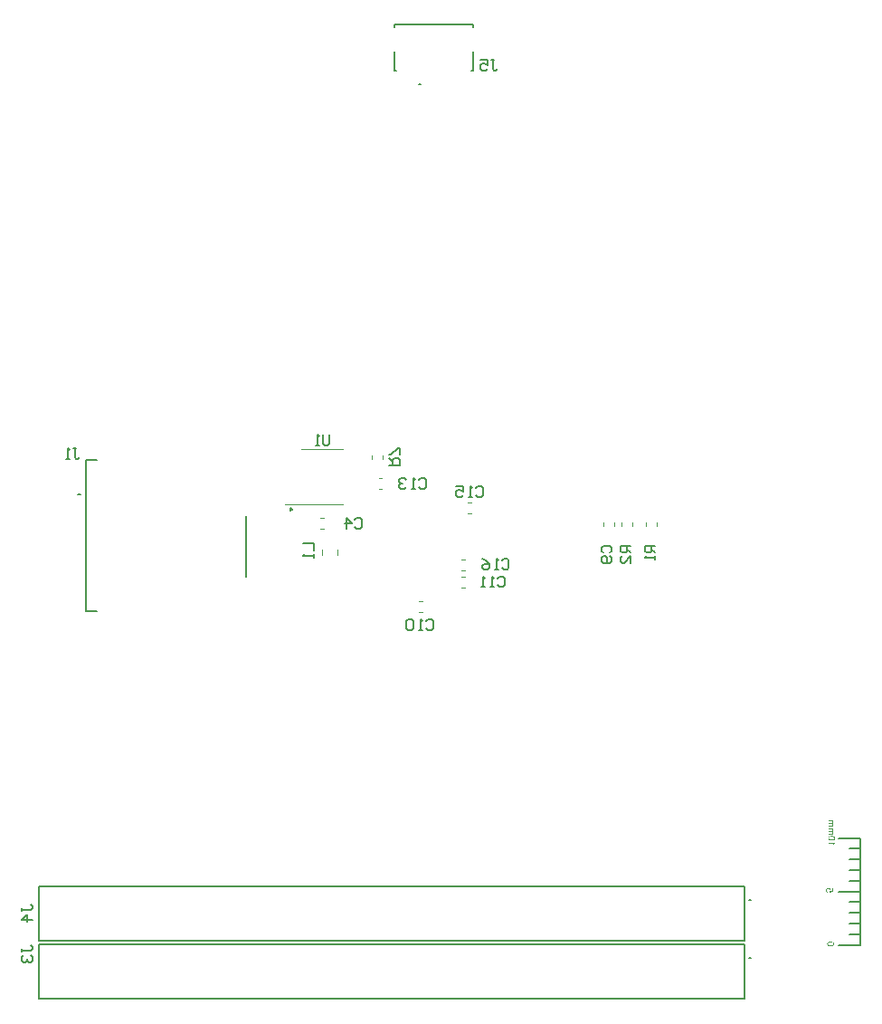
<source format=gbo>
G04*
G04 #@! TF.GenerationSoftware,Altium Limited,Altium Designer,22.6.1 (34)*
G04*
G04 Layer_Color=65535*
%FSLAX25Y25*%
%MOIN*%
G70*
G04*
G04 #@! TF.SameCoordinates,44BA9B1E-1016-45A4-B772-E771DC22F3FE*
G04*
G04*
G04 #@! TF.FilePolarity,Positive*
G04*
G01*
G75*
%ADD17C,0.00787*%
%ADD18C,0.00472*%
%ADD19C,0.00500*%
%ADD20C,0.00591*%
%ADD21C,0.00602*%
G36*
X995887Y55927D02*
X995949Y55919D01*
X996011Y55909D01*
X996065Y55894D01*
X996116Y55876D01*
X996167Y55857D01*
X996211Y55836D01*
X996251Y55818D01*
X996288Y55796D01*
X996320Y55774D01*
X996346Y55756D01*
X996371Y55737D01*
X996389Y55723D01*
X996400Y55712D01*
X996408Y55705D01*
X996411Y55701D01*
X996451Y55657D01*
X996488Y55614D01*
X996517Y55566D01*
X996542Y55519D01*
X996568Y55472D01*
X996586Y55424D01*
X996611Y55337D01*
X996622Y55297D01*
X996630Y55261D01*
X996633Y55228D01*
X996637Y55199D01*
X996641Y55177D01*
Y55097D01*
X996633Y55053D01*
X996615Y54966D01*
X996590Y54886D01*
X996560Y54813D01*
X996531Y54755D01*
X996517Y54729D01*
X996506Y54707D01*
X996495Y54689D01*
X996488Y54678D01*
X996484Y54671D01*
X996480Y54667D01*
X997161Y54802D01*
Y55810D01*
X997456D01*
Y54558D01*
X996160Y54314D01*
X996120Y54605D01*
X996160Y54631D01*
X996193Y54664D01*
X996226Y54693D01*
X996251Y54722D01*
X996269Y54751D01*
X996288Y54773D01*
X996295Y54787D01*
X996298Y54791D01*
X996320Y54838D01*
X996338Y54886D01*
X996349Y54929D01*
X996360Y54973D01*
X996364Y55009D01*
X996368Y55038D01*
Y55108D01*
X996360Y55151D01*
X996342Y55228D01*
X996317Y55293D01*
X996291Y55352D01*
X996262Y55395D01*
X996237Y55428D01*
X996218Y55446D01*
X996215Y55453D01*
X996211D01*
X996149Y55505D01*
X996084Y55541D01*
X996014Y55566D01*
X995945Y55585D01*
X995887Y55595D01*
X995862Y55599D01*
X995840D01*
X995822Y55603D01*
X995807D01*
X995800D01*
X995796D01*
X995745D01*
X995698Y55595D01*
X995607Y55577D01*
X995530Y55552D01*
X995469Y55526D01*
X995417Y55497D01*
X995378Y55472D01*
X995367Y55461D01*
X995356Y55453D01*
X995352Y55450D01*
X995348Y55446D01*
X995319Y55417D01*
X995294Y55388D01*
X995250Y55322D01*
X995221Y55261D01*
X995203Y55199D01*
X995188Y55148D01*
X995185Y55104D01*
X995181Y55089D01*
Y55068D01*
X995185Y54998D01*
X995199Y54937D01*
X995217Y54882D01*
X995239Y54838D01*
X995261Y54798D01*
X995279Y54769D01*
X995294Y54755D01*
X995297Y54747D01*
X995348Y54704D01*
X995403Y54667D01*
X995465Y54638D01*
X995519Y54616D01*
X995574Y54602D01*
X995614Y54591D01*
X995632Y54587D01*
X995643Y54584D01*
X995650D01*
X995654D01*
X995629Y54260D01*
X995570Y54267D01*
X995516Y54278D01*
X995414Y54311D01*
X995327Y54351D01*
X995286Y54372D01*
X995254Y54394D01*
X995221Y54413D01*
X995192Y54434D01*
X995170Y54453D01*
X995152Y54471D01*
X995137Y54485D01*
X995123Y54492D01*
X995119Y54500D01*
X995115Y54504D01*
X995083Y54547D01*
X995053Y54591D01*
X995028Y54638D01*
X995006Y54685D01*
X994973Y54777D01*
X994952Y54868D01*
X994941Y54908D01*
X994937Y54948D01*
X994933Y54980D01*
X994930Y55009D01*
X994926Y55035D01*
Y55068D01*
X994930Y55144D01*
X994941Y55217D01*
X994955Y55286D01*
X994973Y55348D01*
X994999Y55406D01*
X995024Y55461D01*
X995050Y55512D01*
X995079Y55555D01*
X995108Y55595D01*
X995134Y55632D01*
X995163Y55661D01*
X995185Y55686D01*
X995203Y55705D01*
X995217Y55719D01*
X995228Y55726D01*
X995232Y55730D01*
X995279Y55766D01*
X995330Y55796D01*
X995378Y55825D01*
X995428Y55847D01*
X995527Y55883D01*
X995621Y55905D01*
X995661Y55912D01*
X995701Y55919D01*
X995734Y55923D01*
X995763Y55927D01*
X995789Y55930D01*
X995807D01*
X995818D01*
X995822D01*
X995887Y55927D01*
D02*
G37*
G36*
X996735Y36167D02*
X996793D01*
X996851Y36163D01*
X996902Y36156D01*
X996953Y36152D01*
X996997Y36148D01*
X997037Y36141D01*
X997073Y36138D01*
X997106Y36130D01*
X997132Y36127D01*
X997153Y36123D01*
X997172Y36119D01*
X997182Y36116D01*
X997190Y36112D01*
X997193D01*
X997274Y36090D01*
X997346Y36065D01*
X997408Y36036D01*
X997463Y36014D01*
X997510Y35988D01*
X997543Y35974D01*
X997561Y35959D01*
X997568Y35956D01*
X997623Y35915D01*
X997670Y35875D01*
X997710Y35832D01*
X997747Y35792D01*
X997772Y35755D01*
X997790Y35726D01*
X997801Y35708D01*
X997805Y35704D01*
Y35701D01*
X997834Y35642D01*
X997852Y35581D01*
X997867Y35522D01*
X997878Y35468D01*
X997885Y35420D01*
X997889Y35380D01*
Y35348D01*
X997881Y35249D01*
X997867Y35158D01*
X997841Y35082D01*
X997816Y35016D01*
X997787Y34962D01*
X997776Y34940D01*
X997761Y34922D01*
X997754Y34907D01*
X997747Y34896D01*
X997739Y34893D01*
Y34889D01*
X997681Y34824D01*
X997612Y34769D01*
X997543Y34721D01*
X997477Y34685D01*
X997416Y34656D01*
X997390Y34642D01*
X997365Y34634D01*
X997346Y34627D01*
X997332Y34620D01*
X997324Y34616D01*
X997321D01*
X997266Y34601D01*
X997212Y34587D01*
X997091Y34565D01*
X996971Y34547D01*
X996859Y34536D01*
X996804Y34532D01*
X996757Y34529D01*
X996713D01*
X996673Y34525D01*
X996644D01*
X996618D01*
X996604D01*
X996600D01*
X996473Y34529D01*
X996353Y34536D01*
X996243Y34547D01*
X996142Y34565D01*
X996047Y34583D01*
X995963Y34605D01*
X995887Y34627D01*
X995821Y34649D01*
X995763Y34671D01*
X995712Y34696D01*
X995668Y34714D01*
X995636Y34732D01*
X995606Y34751D01*
X995588Y34762D01*
X995577Y34769D01*
X995574Y34773D01*
X995530Y34813D01*
X995490Y34856D01*
X995453Y34903D01*
X995424Y34951D01*
X995399Y34998D01*
X995377Y35045D01*
X995362Y35093D01*
X995348Y35137D01*
X995337Y35180D01*
X995330Y35220D01*
X995323Y35257D01*
X995319Y35286D01*
X995315Y35311D01*
Y35348D01*
X995323Y35446D01*
X995337Y35537D01*
X995362Y35613D01*
X995388Y35679D01*
X995413Y35734D01*
X995428Y35752D01*
X995439Y35770D01*
X995446Y35784D01*
X995453Y35795D01*
X995461Y35799D01*
Y35803D01*
X995523Y35868D01*
X995588Y35923D01*
X995661Y35970D01*
X995726Y36007D01*
X995788Y36036D01*
X995814Y36050D01*
X995839Y36057D01*
X995858Y36065D01*
X995872Y36072D01*
X995879Y36076D01*
X995883D01*
X995938Y36094D01*
X995992Y36108D01*
X996109Y36130D01*
X996229Y36148D01*
X996345Y36159D01*
X996396Y36163D01*
X996444Y36167D01*
X996487D01*
X996527Y36170D01*
X996556D01*
X996582D01*
X996597D01*
X996600D01*
X996669D01*
X996735Y36167D01*
D02*
G37*
G36*
X997110Y80907D02*
X997161Y80900D01*
X997205Y80893D01*
X997249Y80882D01*
X997285Y80867D01*
X997318Y80857D01*
X997351Y80842D01*
X997376Y80827D01*
X997401Y80816D01*
X997434Y80791D01*
X997456Y80776D01*
X997463Y80769D01*
X997514Y80711D01*
X997551Y80642D01*
X997580Y80573D01*
X997598Y80507D01*
X997609Y80445D01*
X997613Y80420D01*
Y80394D01*
X997616Y80376D01*
Y80351D01*
X997613Y80285D01*
X997602Y80227D01*
X997587Y80168D01*
X997565Y80114D01*
X997540Y80063D01*
X997514Y80016D01*
X997485Y79976D01*
X997456Y79936D01*
X997423Y79899D01*
X997394Y79870D01*
X997369Y79845D01*
X997343Y79823D01*
X997321Y79804D01*
X997307Y79794D01*
X997296Y79786D01*
X997292Y79783D01*
X997347Y79761D01*
X997394Y79732D01*
X997434Y79699D01*
X997467Y79670D01*
X997496Y79641D01*
X997514Y79619D01*
X997525Y79604D01*
X997529Y79597D01*
X997558Y79546D01*
X997580Y79492D01*
X997594Y79437D01*
X997605Y79382D01*
X997613Y79339D01*
X997616Y79299D01*
Y79266D01*
X997613Y79200D01*
X997602Y79138D01*
X997591Y79084D01*
X997576Y79036D01*
X997558Y78996D01*
X997547Y78967D01*
X997536Y78949D01*
X997532Y78942D01*
X997500Y78891D01*
X997463Y78847D01*
X997427Y78807D01*
X997390Y78774D01*
X997361Y78749D01*
X997336Y78727D01*
X997321Y78716D01*
X997314Y78712D01*
X997576D01*
Y78436D01*
X995749D01*
Y78745D01*
X996695D01*
X996783Y78749D01*
X996859Y78753D01*
X996925Y78760D01*
X996979Y78771D01*
X997019Y78782D01*
X997048Y78789D01*
X997067Y78793D01*
X997074Y78796D01*
X997121Y78818D01*
X997161Y78844D01*
X997198Y78869D01*
X997227Y78895D01*
X997249Y78920D01*
X997263Y78938D01*
X997274Y78953D01*
X997278Y78956D01*
X997299Y79000D01*
X997318Y79040D01*
X997329Y79084D01*
X997340Y79120D01*
X997343Y79149D01*
X997347Y79175D01*
Y79197D01*
X997343Y79259D01*
X997332Y79309D01*
X997314Y79353D01*
X997296Y79386D01*
X997274Y79411D01*
X997260Y79430D01*
X997245Y79440D01*
X997241Y79444D01*
X997198Y79470D01*
X997150Y79488D01*
X997099Y79502D01*
X997048Y79510D01*
X997005Y79517D01*
X996965Y79521D01*
X996950D01*
X996943D01*
X996935D01*
X996932D01*
X995749D01*
Y79830D01*
X996808D01*
X996906Y79837D01*
X996990Y79852D01*
X997059Y79870D01*
X997118Y79896D01*
X997161Y79917D01*
X997190Y79939D01*
X997208Y79954D01*
X997216Y79957D01*
X997260Y80008D01*
X997292Y80063D01*
X997314Y80118D01*
X997332Y80168D01*
X997340Y80212D01*
X997343Y80249D01*
X997347Y80263D01*
Y80281D01*
X997343Y80321D01*
X997340Y80354D01*
X997332Y80387D01*
X997321Y80412D01*
X997310Y80438D01*
X997303Y80452D01*
X997299Y80463D01*
X997296Y80467D01*
X997274Y80496D01*
X997252Y80518D01*
X997230Y80536D01*
X997208Y80551D01*
X997190Y80562D01*
X997176Y80569D01*
X997165Y80576D01*
X997161D01*
X997128Y80587D01*
X997085Y80594D01*
X997041Y80598D01*
X996997Y80602D01*
X996957Y80605D01*
X996925D01*
X996903D01*
X996899D01*
X996896D01*
X995749D01*
Y80915D01*
X997001D01*
X997059D01*
X997110Y80907D01*
D02*
G37*
G36*
Y77974D02*
X997161Y77966D01*
X997205Y77959D01*
X997249Y77948D01*
X997285Y77934D01*
X997318Y77923D01*
X997351Y77908D01*
X997376Y77894D01*
X997401Y77883D01*
X997434Y77857D01*
X997456Y77843D01*
X997463Y77835D01*
X997514Y77777D01*
X997551Y77708D01*
X997580Y77639D01*
X997598Y77573D01*
X997609Y77511D01*
X997613Y77486D01*
Y77460D01*
X997616Y77442D01*
Y77417D01*
X997613Y77351D01*
X997602Y77293D01*
X997587Y77235D01*
X997565Y77180D01*
X997540Y77129D01*
X997514Y77082D01*
X997485Y77042D01*
X997456Y77002D01*
X997423Y76965D01*
X997394Y76936D01*
X997369Y76911D01*
X997343Y76889D01*
X997321Y76871D01*
X997307Y76860D01*
X997296Y76853D01*
X997292Y76849D01*
X997347Y76827D01*
X997394Y76798D01*
X997434Y76765D01*
X997467Y76736D01*
X997496Y76707D01*
X997514Y76685D01*
X997525Y76670D01*
X997529Y76663D01*
X997558Y76612D01*
X997580Y76558D01*
X997594Y76503D01*
X997605Y76448D01*
X997613Y76405D01*
X997616Y76365D01*
Y76332D01*
X997613Y76266D01*
X997602Y76205D01*
X997591Y76150D01*
X997576Y76103D01*
X997558Y76063D01*
X997547Y76034D01*
X997536Y76015D01*
X997532Y76008D01*
X997500Y75957D01*
X997463Y75913D01*
X997427Y75873D01*
X997390Y75841D01*
X997361Y75815D01*
X997336Y75793D01*
X997321Y75782D01*
X997314Y75779D01*
X997576D01*
Y75502D01*
X995749D01*
Y75811D01*
X996695D01*
X996783Y75815D01*
X996859Y75819D01*
X996925Y75826D01*
X996979Y75837D01*
X997019Y75848D01*
X997048Y75855D01*
X997067Y75859D01*
X997074Y75862D01*
X997121Y75884D01*
X997161Y75910D01*
X997198Y75935D01*
X997227Y75961D01*
X997249Y75986D01*
X997263Y76004D01*
X997274Y76019D01*
X997278Y76023D01*
X997299Y76066D01*
X997318Y76106D01*
X997329Y76150D01*
X997340Y76186D01*
X997343Y76215D01*
X997347Y76241D01*
Y76263D01*
X997343Y76325D01*
X997332Y76376D01*
X997314Y76419D01*
X997296Y76452D01*
X997274Y76478D01*
X997260Y76496D01*
X997245Y76507D01*
X997241Y76510D01*
X997198Y76536D01*
X997150Y76554D01*
X997099Y76569D01*
X997048Y76576D01*
X997005Y76583D01*
X996965Y76587D01*
X996950D01*
X996943D01*
X996935D01*
X996932D01*
X995749D01*
Y76896D01*
X996808D01*
X996906Y76903D01*
X996990Y76918D01*
X997059Y76936D01*
X997118Y76962D01*
X997161Y76983D01*
X997190Y77005D01*
X997208Y77020D01*
X997216Y77024D01*
X997260Y77074D01*
X997292Y77129D01*
X997314Y77184D01*
X997332Y77235D01*
X997340Y77278D01*
X997343Y77315D01*
X997347Y77329D01*
Y77347D01*
X997343Y77388D01*
X997340Y77420D01*
X997332Y77453D01*
X997321Y77479D01*
X997310Y77504D01*
X997303Y77519D01*
X997299Y77530D01*
X997296Y77533D01*
X997274Y77562D01*
X997252Y77584D01*
X997230Y77602D01*
X997208Y77617D01*
X997190Y77628D01*
X997176Y77635D01*
X997165Y77642D01*
X997161D01*
X997128Y77653D01*
X997085Y77661D01*
X997041Y77664D01*
X996997Y77668D01*
X996957Y77671D01*
X996925D01*
X996903D01*
X996899D01*
X996896D01*
X995749D01*
Y77981D01*
X997001D01*
X997059D01*
X997110Y77974D01*
D02*
G37*
G36*
X997125Y75102D02*
X997183D01*
X997241Y75098D01*
X997292Y75091D01*
X997343Y75087D01*
X997387Y75083D01*
X997427Y75076D01*
X997463Y75072D01*
X997496Y75065D01*
X997522Y75062D01*
X997543Y75058D01*
X997562Y75054D01*
X997573Y75051D01*
X997580Y75047D01*
X997583D01*
X997663Y75025D01*
X997736Y75000D01*
X997798Y74971D01*
X997853Y74949D01*
X997900Y74923D01*
X997933Y74909D01*
X997951Y74894D01*
X997958Y74891D01*
X998013Y74850D01*
X998060Y74810D01*
X998100Y74767D01*
X998137Y74727D01*
X998162Y74690D01*
X998180Y74661D01*
X998191Y74643D01*
X998195Y74639D01*
Y74636D01*
X998224Y74577D01*
X998242Y74516D01*
X998257Y74457D01*
X998268Y74403D01*
X998275Y74355D01*
X998279Y74315D01*
Y74283D01*
X998271Y74184D01*
X998257Y74093D01*
X998231Y74017D01*
X998206Y73951D01*
X998177Y73897D01*
X998166Y73875D01*
X998151Y73857D01*
X998144Y73842D01*
X998137Y73831D01*
X998129Y73828D01*
Y73824D01*
X998071Y73759D01*
X998002Y73704D01*
X997933Y73657D01*
X997867Y73620D01*
X997806Y73591D01*
X997780Y73576D01*
X997754Y73569D01*
X997736Y73562D01*
X997722Y73555D01*
X997715Y73551D01*
X997711D01*
X997656Y73536D01*
X997602Y73522D01*
X997482Y73500D01*
X997361Y73482D01*
X997249Y73471D01*
X997194Y73467D01*
X997147Y73464D01*
X997103D01*
X997063Y73460D01*
X997034D01*
X997008D01*
X996994D01*
X996990D01*
X996863Y73464D01*
X996743Y73471D01*
X996633Y73482D01*
X996531Y73500D01*
X996437Y73518D01*
X996353Y73540D01*
X996277Y73562D01*
X996211Y73584D01*
X996153Y73606D01*
X996102Y73631D01*
X996058Y73649D01*
X996025Y73668D01*
X995996Y73686D01*
X995978Y73697D01*
X995967Y73704D01*
X995964Y73707D01*
X995920Y73748D01*
X995880Y73791D01*
X995844Y73839D01*
X995814Y73886D01*
X995789Y73933D01*
X995767Y73980D01*
X995753Y74028D01*
X995738Y74072D01*
X995727Y74115D01*
X995720Y74155D01*
X995712Y74192D01*
X995709Y74221D01*
X995705Y74246D01*
Y74283D01*
X995712Y74381D01*
X995727Y74472D01*
X995753Y74548D01*
X995778Y74614D01*
X995804Y74669D01*
X995818Y74687D01*
X995829Y74705D01*
X995836Y74719D01*
X995844Y74730D01*
X995851Y74734D01*
Y74738D01*
X995913Y74803D01*
X995978Y74858D01*
X996051Y74905D01*
X996117Y74941D01*
X996178Y74971D01*
X996204Y74985D01*
X996229Y74992D01*
X996248Y75000D01*
X996262Y75007D01*
X996269Y75011D01*
X996273D01*
X996328Y75029D01*
X996382Y75043D01*
X996499Y75065D01*
X996619Y75083D01*
X996735Y75094D01*
X996786Y75098D01*
X996834Y75102D01*
X996877D01*
X996917Y75105D01*
X996946D01*
X996972D01*
X996986D01*
X996990D01*
X997059D01*
X997125Y75102D01*
D02*
G37*
G36*
X998279Y72466D02*
X998217Y72430D01*
X998159Y72390D01*
X998100Y72342D01*
X998049Y72299D01*
X998006Y72255D01*
X997969Y72222D01*
X997958Y72208D01*
X997947Y72197D01*
X997944Y72193D01*
X997940Y72190D01*
X997878Y72113D01*
X997820Y72037D01*
X997769Y71964D01*
X997729Y71891D01*
X997693Y71829D01*
X997678Y71804D01*
X997667Y71782D01*
X997656Y71764D01*
X997653Y71749D01*
X997645Y71742D01*
Y71738D01*
X997347D01*
X997369Y71793D01*
X997394Y71847D01*
X997420Y71902D01*
X997445Y71953D01*
X997467Y71997D01*
X997485Y72033D01*
X997500Y72055D01*
X997503Y72059D01*
Y72062D01*
X997543Y72128D01*
X997583Y72186D01*
X997620Y72237D01*
X997653Y72277D01*
X997678Y72313D01*
X997700Y72335D01*
X997715Y72353D01*
X997718Y72357D01*
X995749D01*
Y72667D01*
X998279D01*
Y72466D01*
D02*
G37*
%LPC*%
G36*
X996658Y35854D02*
X996626D01*
X996607D01*
X996604D01*
X996600D01*
X996487D01*
X996385Y35846D01*
X996294Y35839D01*
X996207Y35832D01*
X996134Y35821D01*
X996065Y35806D01*
X996007Y35792D01*
X995952Y35781D01*
X995909Y35766D01*
X995872Y35752D01*
X995839Y35741D01*
X995814Y35726D01*
X995796Y35719D01*
X995785Y35712D01*
X995778Y35704D01*
X995774D01*
X995737Y35675D01*
X995708Y35646D01*
X995679Y35617D01*
X995657Y35588D01*
X995621Y35526D01*
X995595Y35471D01*
X995581Y35420D01*
X995574Y35384D01*
X995570Y35370D01*
Y35348D01*
X995574Y35308D01*
X995577Y35271D01*
X995603Y35202D01*
X995636Y35140D01*
X995672Y35085D01*
X995708Y35045D01*
X995741Y35013D01*
X995767Y34995D01*
X995770Y34987D01*
X995774D01*
X995817Y34962D01*
X995868Y34940D01*
X995927Y34918D01*
X995989Y34903D01*
X996054Y34889D01*
X996123Y34878D01*
X996265Y34860D01*
X996331Y34853D01*
X996393Y34849D01*
X996451Y34845D01*
X996498D01*
X996542Y34842D01*
X996575D01*
X996593D01*
X996600D01*
X996713Y34845D01*
X996815Y34849D01*
X996910Y34856D01*
X996997Y34867D01*
X997073Y34878D01*
X997143Y34893D01*
X997204Y34907D01*
X997259Y34922D01*
X997306Y34936D01*
X997346Y34947D01*
X997379Y34962D01*
X997408Y34973D01*
X997426Y34984D01*
X997441Y34991D01*
X997448Y34998D01*
X997452D01*
X997485Y35024D01*
X997514Y35049D01*
X997536Y35078D01*
X997557Y35107D01*
X997590Y35166D01*
X997612Y35220D01*
X997623Y35267D01*
X997630Y35308D01*
X997634Y35322D01*
Y35344D01*
X997630Y35384D01*
X997627Y35424D01*
X997616Y35460D01*
X997601Y35493D01*
X997568Y35555D01*
X997532Y35610D01*
X997492Y35650D01*
X997459Y35682D01*
X997445Y35693D01*
X997434Y35701D01*
X997430Y35708D01*
X997426D01*
X997383Y35734D01*
X997332Y35755D01*
X997274Y35777D01*
X997212Y35792D01*
X997146Y35806D01*
X997077Y35817D01*
X996939Y35835D01*
X996869Y35843D01*
X996808Y35846D01*
X996749Y35850D01*
X996702D01*
X996658Y35854D01*
D02*
G37*
G36*
X997048Y74789D02*
X997016D01*
X996997D01*
X996994D01*
X996990D01*
X996877D01*
X996775Y74781D01*
X996684Y74774D01*
X996597Y74767D01*
X996524Y74756D01*
X996455Y74741D01*
X996397Y74727D01*
X996342Y74716D01*
X996299Y74701D01*
X996262Y74687D01*
X996229Y74676D01*
X996204Y74661D01*
X996186Y74654D01*
X996175Y74647D01*
X996167Y74639D01*
X996164D01*
X996127Y74610D01*
X996098Y74581D01*
X996069Y74552D01*
X996047Y74523D01*
X996011Y74461D01*
X995986Y74406D01*
X995971Y74355D01*
X995964Y74319D01*
X995960Y74304D01*
Y74283D01*
X995964Y74243D01*
X995967Y74206D01*
X995993Y74137D01*
X996025Y74075D01*
X996062Y74021D01*
X996098Y73980D01*
X996131Y73948D01*
X996157Y73930D01*
X996160Y73922D01*
X996164D01*
X996208Y73897D01*
X996259Y73875D01*
X996317Y73853D01*
X996379Y73839D01*
X996444Y73824D01*
X996513Y73813D01*
X996655Y73795D01*
X996721Y73788D01*
X996783Y73784D01*
X996841Y73780D01*
X996888D01*
X996932Y73777D01*
X996965D01*
X996983D01*
X996990D01*
X997103Y73780D01*
X997205Y73784D01*
X997299Y73791D01*
X997387Y73802D01*
X997463Y73813D01*
X997532Y73828D01*
X997594Y73842D01*
X997649Y73857D01*
X997696Y73871D01*
X997736Y73882D01*
X997769Y73897D01*
X997798Y73908D01*
X997816Y73919D01*
X997831Y73926D01*
X997838Y73933D01*
X997842D01*
X997875Y73959D01*
X997904Y73984D01*
X997926Y74013D01*
X997947Y74042D01*
X997980Y74101D01*
X998002Y74155D01*
X998013Y74203D01*
X998020Y74243D01*
X998024Y74257D01*
Y74279D01*
X998020Y74319D01*
X998017Y74359D01*
X998006Y74396D01*
X997991Y74428D01*
X997958Y74490D01*
X997922Y74545D01*
X997882Y74585D01*
X997849Y74617D01*
X997835Y74628D01*
X997824Y74636D01*
X997820Y74643D01*
X997816D01*
X997773Y74669D01*
X997722Y74690D01*
X997663Y74712D01*
X997602Y74727D01*
X997536Y74741D01*
X997467Y74752D01*
X997329Y74770D01*
X997260Y74778D01*
X997198Y74781D01*
X997139Y74785D01*
X997092D01*
X997048Y74789D01*
D02*
G37*
%LPD*%
D17*
X967330Y30198D02*
X966542D01*
X967330D01*
Y51497D02*
X966542D01*
X967330D01*
X845520Y351988D02*
X844732D01*
X845520D01*
X720108Y200826D02*
X719320D01*
X720108D01*
X798214Y195326D02*
X797464Y195759D01*
Y194893D01*
X798214Y195326D01*
X964886Y15248D02*
Y35248D01*
X704886Y15248D02*
Y35248D01*
X964886D01*
X704886Y15248D02*
X964886D01*
X704886Y36547D02*
X964886D01*
X704886Y56547D02*
X964886D01*
X704886Y36547D02*
Y56547D01*
X964886Y36547D02*
Y56547D01*
D18*
X814909Y178397D02*
Y180455D01*
X809319Y178397D02*
Y180455D01*
X809214Y217405D02*
X816891D01*
X801537D02*
X809214D01*
Y197247D02*
X816891D01*
X795631D02*
X809214D01*
X919656Y189322D02*
Y190604D01*
X923672Y189322D02*
Y190604D01*
X928406Y189311D02*
Y190593D01*
X932422Y189311D02*
Y190593D01*
X844859Y157492D02*
X846141D01*
X844859Y161508D02*
X846141D01*
X860450Y172999D02*
X861731D01*
X860450Y177015D02*
X861731D01*
X862759Y193992D02*
X864040D01*
X862759Y198008D02*
X864040D01*
X830073Y202818D02*
X831355D01*
X830073Y206834D02*
X831355D01*
X860456Y166497D02*
X861738D01*
X860456Y170513D02*
X861738D01*
X808573Y188318D02*
X809855D01*
X808573Y192334D02*
X809855D01*
X831508Y213859D02*
Y215141D01*
X827492Y213859D02*
Y215141D01*
X912706Y189322D02*
Y190604D01*
X916722Y189322D02*
Y190604D01*
D19*
X835874Y373839D02*
X865008D01*
Y372776D02*
Y373839D01*
X835874Y372776D02*
Y373839D01*
X864299Y356909D02*
X865008D01*
X835874D02*
X836583D01*
X865008D02*
Y363819D01*
X835874Y356909D02*
Y363819D01*
X781190Y170472D02*
Y192913D01*
X722332Y157991D02*
X726052D01*
X722332D02*
Y213661D01*
X726052D01*
D20*
X1003560Y70430D02*
X1007500D01*
X1003560Y66500D02*
X1007500D01*
X1003560Y62560D02*
X1007500D01*
X1003560Y58620D02*
X1007500D01*
X1003560Y50750D02*
X1007500D01*
X1003560Y46810D02*
X1007500D01*
X1003560Y42870D02*
X1007500D01*
X1003560Y38940D02*
X1007500D01*
X999630Y54690D02*
X1007500D01*
X999630Y35000D02*
X1007500D01*
Y74370D01*
X999630D02*
X1007500D01*
D21*
X717376Y217936D02*
X718688D01*
X718032D01*
Y214656D01*
X718688Y214000D01*
X719344D01*
X720000Y214656D01*
X716064Y214000D02*
X714752D01*
X715408D01*
Y217936D01*
X716064Y217280D01*
X912720Y179376D02*
X912064Y180032D01*
Y181344D01*
X912720Y182000D01*
X915344D01*
X916000Y181344D01*
Y180032D01*
X915344Y179376D01*
Y178064D02*
X916000Y177408D01*
Y176096D01*
X915344Y175440D01*
X912720D01*
X912064Y176096D01*
Y177408D01*
X912720Y178064D01*
X913376D01*
X914032Y177408D01*
Y175440D01*
X834011Y211454D02*
X837947D01*
Y213422D01*
X837290Y214078D01*
X835979D01*
X835323Y213422D01*
Y211454D01*
Y212766D02*
X834011Y214078D01*
X837947Y215390D02*
Y218014D01*
X837290D01*
X834667Y215390D01*
X834011D01*
X821338Y191602D02*
X821994Y192258D01*
X823306D01*
X823962Y191602D01*
Y188978D01*
X823306Y188322D01*
X821994D01*
X821338Y188978D01*
X818058Y188322D02*
Y192258D01*
X820026Y190290D01*
X817402D01*
X873865Y170014D02*
X874521Y170670D01*
X875833D01*
X876489Y170014D01*
Y167390D01*
X875833Y166734D01*
X874521D01*
X873865Y167390D01*
X872553Y166734D02*
X871241D01*
X871897D01*
Y170670D01*
X872553Y170014D01*
X869273Y166734D02*
X867961D01*
X868617D01*
Y170670D01*
X869273Y170014D01*
X844876Y206280D02*
X845532Y206936D01*
X846844D01*
X847500Y206280D01*
Y203656D01*
X846844Y203000D01*
X845532D01*
X844876Y203656D01*
X843564Y203000D02*
X842252D01*
X842908D01*
Y206936D01*
X843564Y206280D01*
X840285D02*
X839629Y206936D01*
X838317D01*
X837661Y206280D01*
Y205624D01*
X838317Y204968D01*
X838973D01*
X838317D01*
X837661Y204312D01*
Y203656D01*
X838317Y203000D01*
X839629D01*
X840285Y203656D01*
X865876Y203280D02*
X866532Y203936D01*
X867844D01*
X868500Y203280D01*
Y200656D01*
X867844Y200000D01*
X866532D01*
X865876Y200656D01*
X864564Y200000D02*
X863252D01*
X863908D01*
Y203936D01*
X864564Y203280D01*
X858661Y203936D02*
X861285D01*
Y201968D01*
X859973Y202624D01*
X859317D01*
X858661Y201968D01*
Y200656D01*
X859317Y200000D01*
X860629D01*
X861285Y200656D01*
X875389Y176596D02*
X876044Y177252D01*
X877356D01*
X878012Y176596D01*
Y173972D01*
X877356Y173316D01*
X876044D01*
X875389Y173972D01*
X874077Y173316D02*
X872765D01*
X873421D01*
Y177252D01*
X874077Y176596D01*
X868173Y177252D02*
X869485Y176596D01*
X870797Y175284D01*
Y173972D01*
X870141Y173316D01*
X868829D01*
X868173Y173972D01*
Y174628D01*
X868829Y175284D01*
X870797D01*
X847511Y154280D02*
X848167Y154936D01*
X849479D01*
X850135Y154280D01*
Y151656D01*
X849479Y151000D01*
X848167D01*
X847511Y151656D01*
X846199Y151000D02*
X844887D01*
X845543D01*
Y154936D01*
X846199Y154280D01*
X842920D02*
X842264Y154936D01*
X840952D01*
X840296Y154280D01*
Y151656D01*
X840952Y151000D01*
X842264D01*
X842920Y151656D01*
Y154280D01*
X812000Y222936D02*
Y219656D01*
X811344Y219000D01*
X810032D01*
X809376Y219656D01*
Y222936D01*
X808064Y219000D02*
X806752D01*
X807408D01*
Y222936D01*
X808064Y222280D01*
X871376Y360936D02*
X872688D01*
X872032D01*
Y357656D01*
X872688Y357000D01*
X873344D01*
X874000Y357656D01*
X867440Y360936D02*
X870064D01*
Y358968D01*
X868752Y359624D01*
X868096D01*
X867440Y358968D01*
Y357656D01*
X868096Y357000D01*
X869408D01*
X870064Y357656D01*
X698564Y47376D02*
Y48688D01*
Y48032D01*
X701844D01*
X702500Y48688D01*
Y49344D01*
X701844Y50000D01*
X702500Y44096D02*
X698564D01*
X700532Y46064D01*
Y43440D01*
X698564Y32376D02*
Y33688D01*
Y33032D01*
X701844D01*
X702500Y33688D01*
Y34344D01*
X701844Y35000D01*
X699220Y31064D02*
X698564Y30408D01*
Y29096D01*
X699220Y28440D01*
X699876D01*
X700532Y29096D01*
Y29752D01*
Y29096D01*
X701188Y28440D01*
X701844D01*
X702500Y29096D01*
Y30408D01*
X701844Y31064D01*
X932000Y182000D02*
X928064D01*
Y180032D01*
X928720Y179376D01*
X930032D01*
X930688Y180032D01*
Y182000D01*
Y180688D02*
X932000Y179376D01*
Y178064D02*
Y176752D01*
Y177408D01*
X928064D01*
X928720Y178064D01*
X923000Y182000D02*
X919064D01*
Y180032D01*
X919720Y179376D01*
X921032D01*
X921688Y180032D01*
Y182000D01*
Y180688D02*
X923000Y179376D01*
Y175440D02*
Y178064D01*
X920376Y175440D01*
X919720D01*
X919064Y176096D01*
Y177408D01*
X919720Y178064D01*
X802128Y182897D02*
X806064D01*
Y180273D01*
Y178961D02*
Y177649D01*
Y178305D01*
X802128D01*
X802784Y178961D01*
M02*

</source>
